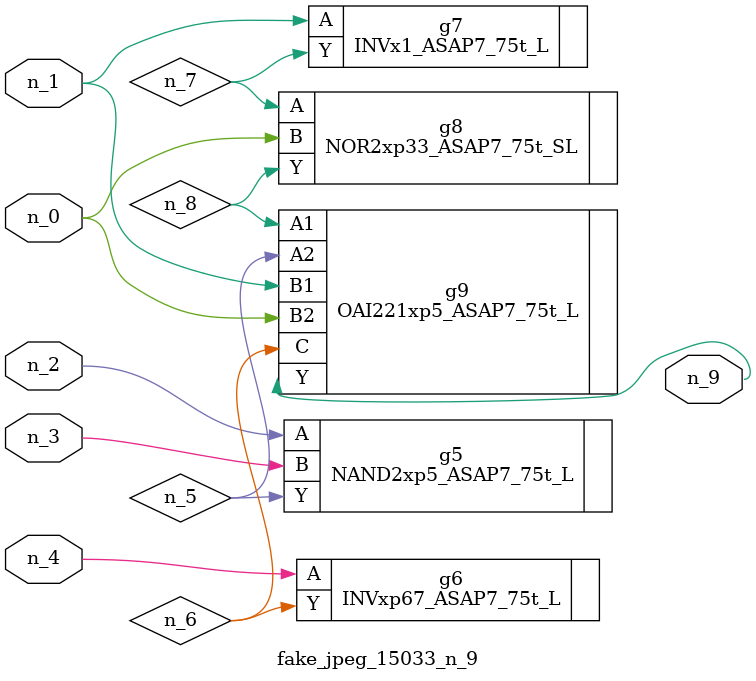
<source format=v>
module fake_jpeg_15033_n_9 (n_3, n_2, n_1, n_0, n_4, n_9);

input n_3;
input n_2;
input n_1;
input n_0;
input n_4;

output n_9;

wire n_8;
wire n_6;
wire n_5;
wire n_7;

NAND2xp5_ASAP7_75t_L g5 ( 
.A(n_2),
.B(n_3),
.Y(n_5)
);

INVxp67_ASAP7_75t_L g6 ( 
.A(n_4),
.Y(n_6)
);

INVx1_ASAP7_75t_L g7 ( 
.A(n_1),
.Y(n_7)
);

NOR2xp33_ASAP7_75t_SL g8 ( 
.A(n_7),
.B(n_0),
.Y(n_8)
);

OAI221xp5_ASAP7_75t_L g9 ( 
.A1(n_8),
.A2(n_5),
.B1(n_1),
.B2(n_0),
.C(n_6),
.Y(n_9)
);


endmodule
</source>
